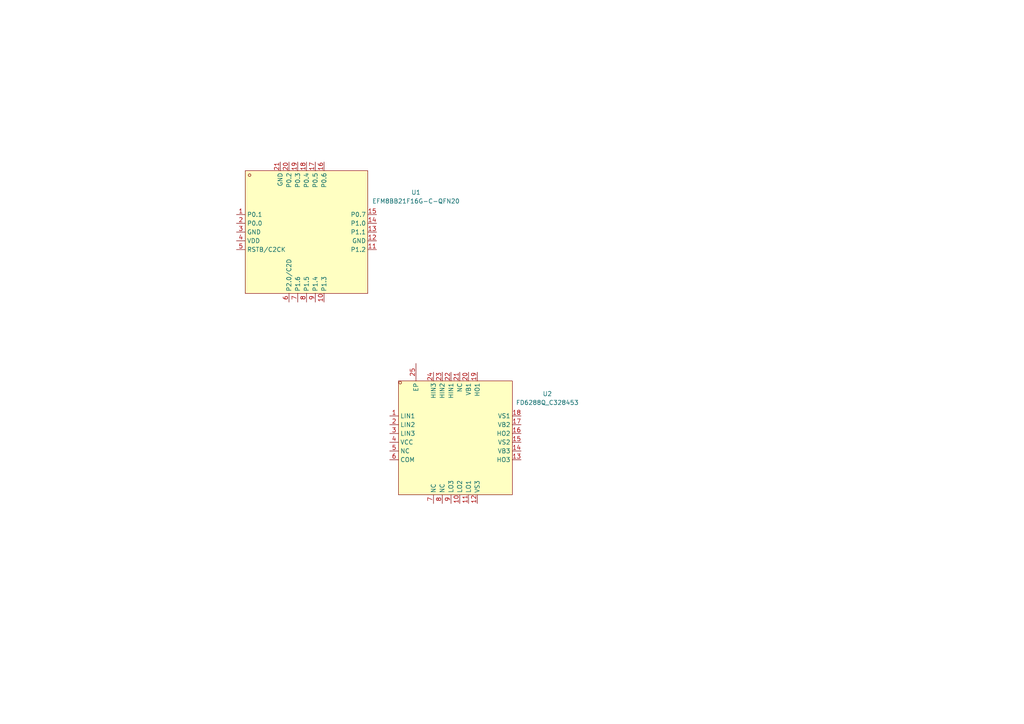
<source format=kicad_sch>
(kicad_sch (version 20250114) (generator "eeschema") (generator_version "9.0")
  (paper "A4")
  (lib_symbols
    (symbol "easyeda2kicad:EFM8BB21F16G-C-QFN20"
      (property "Reference" "U" (at 0 25.4 0))
      (property "Value" "EFM8BB21F16G-C-QFN20" (at 0 -25.4 0))
      (symbol "EFM8BB21F16G-C-QFN20_0_1"
        (rectangle (start -17.78 17.78) (end 17.78 -17.78) (fill (type background)))
        (circle (center -16.51 16.51) (radius 0.38))
        (pin unspecified line (at -20.32 5.08 0) (length 2.54) (name "P0.1") (number "1"))
        (pin unspecified line (at -20.32 2.54 0) (length 2.54) (name "P0.0") (number "2"))
        (pin unspecified line (at -20.32 0 0) (length 2.54) (name "GND") (number "3"))
        (pin unspecified line (at -20.32 -2.54 0) (length 2.54) (name "VDD") (number "4"))
        (pin unspecified line (at -20.32 -5.08 0) (length 2.54) (name "RSTB/C2CK") (number "5"))
        (pin unspecified line (at -7.62 20.32 270) (length 2.54) (name "GND") (number "21"))
        (pin unspecified line (at -5.08 20.32 270) (length 2.54) (name "P0.2") (number "20"))
        (pin unspecified line (at -5.08 -20.32 90) (length 2.54) (name "P2.0/C2D") (number "6"))
        (pin unspecified line (at -2.54 20.32 270) (length 2.54) (name "P0.3") (number "19"))
        (pin unspecified line (at -2.54 -20.32 90) (length 2.54) (name "P1.6") (number "7"))
        (pin unspecified line (at 0 20.32 270) (length 2.54) (name "P0.4") (number "18"))
        (pin unspecified line (at 0 -20.32 90) (length 2.54) (name "P1.5") (number "8"))
        (pin unspecified line (at 2.54 20.32 270) (length 2.54) (name "P0.5") (number "17"))
        (pin unspecified line (at 2.54 -20.32 90) (length 2.54) (name "P1.4") (number "9"))
        (pin unspecified line (at 5.08 20.32 270) (length 2.54) (name "P0.6") (number "16"))
        (pin unspecified line (at 5.08 -20.32 90) (length 2.54) (name "P1.3") (number "10"))
        (pin unspecified line (at 20.32 5.08 180) (length 2.54) (name "P0.7") (number "15"))
        (pin unspecified line (at 20.32 2.54 180) (length 2.54) (name "P1.0") (number "14"))
        (pin unspecified line (at 20.32 0 180) (length 2.54) (name "P1.1") (number "13"))
        (pin unspecified line (at 20.32 -2.54 180) (length 2.54) (name "GND") (number "12"))
        (pin unspecified line (at 20.32 -5.08 180) (length 2.54) (name "P1.2") (number "11"))
      )
    )
    (symbol "easyeda2kicad:FD6288Q_C328453"
      (property "Reference" "U" (at 0 26.67 0))
      (property "Value" "FD6288Q_C328453" (at 0 -24.13 0))
      (symbol "FD6288Q_C328453_0_1"
        (rectangle (start -16.51 16.51) (end 16.51 -16.51) (fill (type background)))
        (circle (center -16 16) (radius 0.38))
        (pin unspecified line (at -19.05 6.35 0) (length 2.54) (name "LIN1") (number "1"))
        (pin unspecified line (at -19.05 3.81 0) (length 2.54) (name "LIN2") (number "2"))
        (pin unspecified line (at -19.05 1.27 0) (length 2.54) (name "LIN3") (number "3"))
        (pin unspecified line (at -19.05 -1.27 0) (length 2.54) (name "VCC") (number "4"))
        (pin unspecified line (at -19.05 -3.81 0) (length 2.54) (name "NC") (number "5"))
        (pin unspecified line (at -19.05 -6.35 0) (length 2.54) (name "COM") (number "6"))
        (pin unspecified line (at -11.43 21.59 270) (length 5.08) (name "EP") (number "25"))
        (pin unspecified line (at -6.35 19.05 270) (length 2.54) (name "HIN3") (number "24"))
        (pin unspecified line (at -6.35 -19.05 90) (length 2.54) (name "NC") (number "7"))
        (pin unspecified line (at -3.81 19.05 270) (length 2.54) (name "HIN2") (number "23"))
        (pin unspecified line (at -3.81 -19.05 90) (length 2.54) (name "NC") (number "8"))
        (pin unspecified line (at -1.27 19.05 270) (length 2.54) (name "HIN1") (number "22"))
        (pin unspecified line (at -1.27 -19.05 90) (length 2.54) (name "LO3") (number "9"))
        (pin unspecified line (at 1.27 19.05 270) (length 2.54) (name "NC") (number "21"))
        (pin unspecified line (at 1.27 -19.05 90) (length 2.54) (name "LO2") (number "10"))
        (pin unspecified line (at 3.81 19.05 270) (length 2.54) (name "VB1") (number "20"))
        (pin unspecified line (at 3.81 -19.05 90) (length 2.54) (name "LO1") (number "11"))
        (pin unspecified line (at 6.35 19.05 270) (length 2.54) (name "HO1") (number "19"))
        (pin unspecified line (at 6.35 -19.05 90) (length 2.54) (name "VS3") (number "12"))
        (pin unspecified line (at 19.05 6.35 180) (length 2.54) (name "VS1") (number "18"))
        (pin unspecified line (at 19.05 3.81 180) (length 2.54) (name "VB2") (number "17"))
        (pin unspecified line (at 19.05 1.27 180) (length 2.54) (name "HO2") (number "16"))
        (pin unspecified line (at 19.05 -1.27 180) (length 2.54) (name "VS2") (number "15"))
        (pin unspecified line (at 19.05 -3.81 180) (length 2.54) (name "VB3") (number "14"))
        (pin unspecified line (at 19.05 -6.35 180) (length 2.54) (name "HO3") (number "13"))
      )
    )
  )
  (symbol (lib_id "easyeda2kicad:EFM8BB21F16G-C-QFN20") (at 88.9 67.31 0) (unit 1)
    (property "Reference" "U1" (at 120.65 55.8098 0))
    (property "Value" "EFM8BB21F16G-C-QFN20" (at 120.65 58.3498 0))
    (property "Footprint" "easyeda2kicad:QFN-20_L3.0-W3.0-P0.50-BL-EP1.7_EFM8BB21F16G" (effects (hide yes)))
    (property "Datasheet" "https://lcsc.com/product-detail/SILICON-LABS_SILICON-LABS_EFM8BB21F16G-C-QFN20_EFM8BB21F16G-C-QFN20_C80713.html" (effects (hide yes)))
    (property "LCSC Part" "C80713" (effects (hide yes)))
  )
  (symbol (lib_id "easyeda2kicad:FD6288Q_C328453") (at 132.08 127 0) (unit 1)
    (property "Reference" "U2" (at 158.75 114.2298 0))
    (property "Value" "FD6288Q_C328453" (at 158.75 116.7698 0))
    (property "Footprint" "easyeda2kicad:QFN-24_L4.0-W4.0-P0.50-BL-EP2.6" (effects (hide yes)))
    (property "Datasheet" "https://lcsc.com/product-detail/Others_Fortior-Tech-FD6288Q_C328453.html" (effects (hide yes)))
    (property "LCSC Part" "C328453" (effects (hide yes)))
  )
)
</source>
